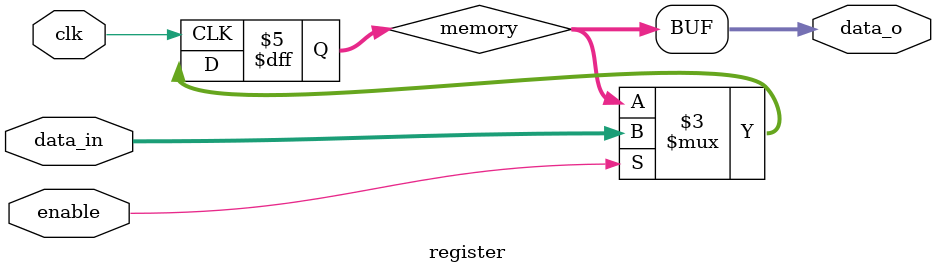
<source format=v>
/*
    Author : Auke Dirk Pietersma
    Project: ByteBlast https://github.com/Auke-Dirk/ByteBlast
    Module : register
*/

module register(clk,enable,data_in, data_o);
    input[7:0] data_in; 
    input clk,enable;
    output[7:0] data_o;
    reg[7:0] memory;

    initial begin
        memory = 0;
    end 

    always @(posedge clk)
    begin
            if(enable)
            begin
                memory <= data_in;
            end            
    end
    
    assign data_o = memory;

endmodule
</source>
